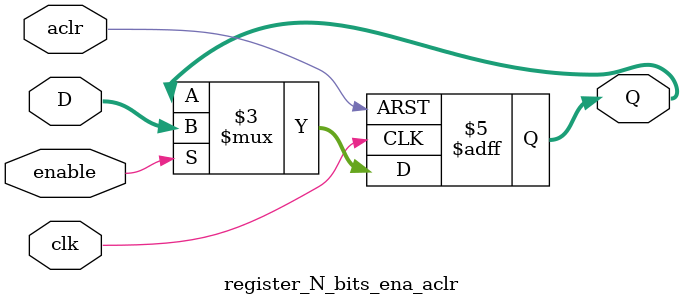
<source format=v>
module register_N_bits_ena_aclr #(parameter N=8)
	(input [N-1:0] D,
	input clk,aclr,enable,
	output reg[N-1:0] Q);
	
	always @(posedge clk,posedge aclr)
			if (aclr) 		Q <= {N{1'b0}};
			else if (enable)	Q <= D;
			else				Q <= Q;
endmodule
</source>
